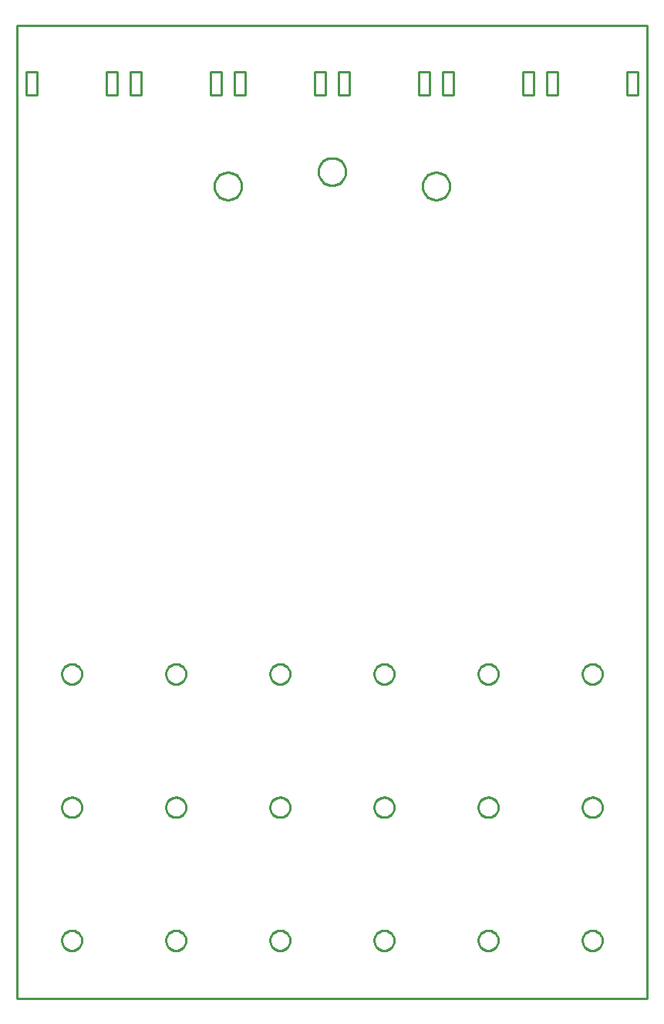
<source format=gbr>
G04 EAGLE Gerber RS-274X export*
G75*
%MOMM*%
%FSLAX34Y34*%
%LPD*%
%AMOC8*
5,1,8,0,0,1.08239X$1,22.5*%
G01*
%ADD10C,0.254000*%


D10*
X200Y0D02*
X692150Y0D01*
X692150Y1066800D01*
X200Y1066800D01*
X200Y0D01*
X98325Y990300D02*
X110325Y990300D01*
X110325Y1016300D01*
X98325Y1016300D01*
X98325Y990300D01*
X10325Y990300D02*
X22325Y990300D01*
X22325Y1016300D01*
X10325Y1016300D01*
X10325Y990300D01*
X212625Y990300D02*
X224625Y990300D01*
X224625Y1016300D01*
X212625Y1016300D01*
X212625Y990300D01*
X124625Y990300D02*
X136625Y990300D01*
X136625Y1016300D01*
X124625Y1016300D01*
X124625Y990300D01*
X326925Y990300D02*
X338925Y990300D01*
X338925Y1016300D01*
X326925Y1016300D01*
X326925Y990300D01*
X238925Y990300D02*
X250925Y990300D01*
X250925Y1016300D01*
X238925Y1016300D01*
X238925Y990300D01*
X441225Y990300D02*
X453225Y990300D01*
X453225Y1016300D01*
X441225Y1016300D01*
X441225Y990300D01*
X353225Y990300D02*
X365225Y990300D01*
X365225Y1016300D01*
X353225Y1016300D01*
X353225Y990300D01*
X555525Y990300D02*
X567525Y990300D01*
X567525Y1016300D01*
X555525Y1016300D01*
X555525Y990300D01*
X467525Y990300D02*
X479525Y990300D01*
X479525Y1016300D01*
X467525Y1016300D01*
X467525Y990300D01*
X581825Y990300D02*
X593825Y990300D01*
X593825Y1016300D01*
X581825Y1016300D01*
X581825Y990300D01*
X669825Y990300D02*
X681825Y990300D01*
X681825Y1016300D01*
X669825Y1016300D01*
X669825Y990300D01*
X631393Y220550D02*
X630531Y220482D01*
X629677Y220347D01*
X628837Y220145D01*
X628015Y219878D01*
X627216Y219547D01*
X626446Y219155D01*
X625709Y218703D01*
X625010Y218195D01*
X624352Y217634D01*
X623741Y217023D01*
X623180Y216365D01*
X622672Y215666D01*
X622220Y214929D01*
X621828Y214159D01*
X621497Y213360D01*
X621230Y212538D01*
X621028Y211698D01*
X620893Y210844D01*
X620825Y209982D01*
X620825Y209118D01*
X620893Y208256D01*
X621028Y207402D01*
X621230Y206562D01*
X621497Y205740D01*
X621828Y204941D01*
X622220Y204171D01*
X622672Y203434D01*
X623180Y202735D01*
X623741Y202077D01*
X624352Y201466D01*
X625010Y200905D01*
X625709Y200397D01*
X626446Y199945D01*
X627216Y199553D01*
X628015Y199222D01*
X628837Y198955D01*
X629677Y198753D01*
X630531Y198618D01*
X631393Y198550D01*
X632257Y198550D01*
X633119Y198618D01*
X633973Y198753D01*
X634813Y198955D01*
X635635Y199222D01*
X636434Y199553D01*
X637204Y199945D01*
X637941Y200397D01*
X638640Y200905D01*
X639298Y201466D01*
X639909Y202077D01*
X640470Y202735D01*
X640978Y203434D01*
X641430Y204171D01*
X641822Y204941D01*
X642153Y205740D01*
X642420Y206562D01*
X642622Y207402D01*
X642757Y208256D01*
X642825Y209118D01*
X642825Y209982D01*
X642757Y210844D01*
X642622Y211698D01*
X642420Y212538D01*
X642153Y213360D01*
X641822Y214159D01*
X641430Y214929D01*
X640978Y215666D01*
X640470Y216365D01*
X639909Y217023D01*
X639298Y217634D01*
X638640Y218195D01*
X637941Y218703D01*
X637204Y219155D01*
X636434Y219547D01*
X635635Y219878D01*
X634813Y220145D01*
X633973Y220347D01*
X633119Y220482D01*
X632257Y220550D01*
X631393Y220550D01*
X174193Y74500D02*
X173331Y74432D01*
X172477Y74297D01*
X171637Y74095D01*
X170815Y73828D01*
X170016Y73497D01*
X169246Y73105D01*
X168509Y72653D01*
X167810Y72145D01*
X167152Y71584D01*
X166541Y70973D01*
X165980Y70315D01*
X165472Y69616D01*
X165020Y68879D01*
X164628Y68109D01*
X164297Y67310D01*
X164030Y66488D01*
X163828Y65648D01*
X163693Y64794D01*
X163625Y63932D01*
X163625Y63068D01*
X163693Y62206D01*
X163828Y61352D01*
X164030Y60512D01*
X164297Y59690D01*
X164628Y58891D01*
X165020Y58121D01*
X165472Y57384D01*
X165980Y56685D01*
X166541Y56027D01*
X167152Y55416D01*
X167810Y54855D01*
X168509Y54347D01*
X169246Y53895D01*
X170016Y53503D01*
X170815Y53172D01*
X171637Y52905D01*
X172477Y52703D01*
X173331Y52568D01*
X174193Y52500D01*
X175057Y52500D01*
X175919Y52568D01*
X176773Y52703D01*
X177613Y52905D01*
X178435Y53172D01*
X179234Y53503D01*
X180004Y53895D01*
X180741Y54347D01*
X181440Y54855D01*
X182098Y55416D01*
X182709Y56027D01*
X183270Y56685D01*
X183778Y57384D01*
X184230Y58121D01*
X184622Y58891D01*
X184953Y59690D01*
X185220Y60512D01*
X185422Y61352D01*
X185557Y62206D01*
X185625Y63068D01*
X185625Y63932D01*
X185557Y64794D01*
X185422Y65648D01*
X185220Y66488D01*
X184953Y67310D01*
X184622Y68109D01*
X184230Y68879D01*
X183778Y69616D01*
X183270Y70315D01*
X182709Y70973D01*
X182098Y71584D01*
X181440Y72145D01*
X180741Y72653D01*
X180004Y73105D01*
X179234Y73497D01*
X178435Y73828D01*
X177613Y74095D01*
X176773Y74297D01*
X175919Y74432D01*
X175057Y74500D01*
X174193Y74500D01*
X631393Y74500D02*
X630531Y74432D01*
X629677Y74297D01*
X628837Y74095D01*
X628015Y73828D01*
X627216Y73497D01*
X626446Y73105D01*
X625709Y72653D01*
X625010Y72145D01*
X624352Y71584D01*
X623741Y70973D01*
X623180Y70315D01*
X622672Y69616D01*
X622220Y68879D01*
X621828Y68109D01*
X621497Y67310D01*
X621230Y66488D01*
X621028Y65648D01*
X620893Y64794D01*
X620825Y63932D01*
X620825Y63068D01*
X620893Y62206D01*
X621028Y61352D01*
X621230Y60512D01*
X621497Y59690D01*
X621828Y58891D01*
X622220Y58121D01*
X622672Y57384D01*
X623180Y56685D01*
X623741Y56027D01*
X624352Y55416D01*
X625010Y54855D01*
X625709Y54347D01*
X626446Y53895D01*
X627216Y53503D01*
X628015Y53172D01*
X628837Y52905D01*
X629677Y52703D01*
X630531Y52568D01*
X631393Y52500D01*
X632257Y52500D01*
X633119Y52568D01*
X633973Y52703D01*
X634813Y52905D01*
X635635Y53172D01*
X636434Y53503D01*
X637204Y53895D01*
X637941Y54347D01*
X638640Y54855D01*
X639298Y55416D01*
X639909Y56027D01*
X640470Y56685D01*
X640978Y57384D01*
X641430Y58121D01*
X641822Y58891D01*
X642153Y59690D01*
X642420Y60512D01*
X642622Y61352D01*
X642757Y62206D01*
X642825Y63068D01*
X642825Y63932D01*
X642757Y64794D01*
X642622Y65648D01*
X642420Y66488D01*
X642153Y67310D01*
X641822Y68109D01*
X641430Y68879D01*
X640978Y69616D01*
X640470Y70315D01*
X639909Y70973D01*
X639298Y71584D01*
X638640Y72145D01*
X637941Y72653D01*
X637204Y73105D01*
X636434Y73497D01*
X635635Y73828D01*
X634813Y74095D01*
X633973Y74297D01*
X633119Y74432D01*
X632257Y74500D01*
X631393Y74500D01*
X528525Y63932D02*
X528457Y64794D01*
X528322Y65648D01*
X528120Y66488D01*
X527853Y67310D01*
X527522Y68109D01*
X527130Y68879D01*
X526678Y69616D01*
X526170Y70315D01*
X525609Y70973D01*
X524998Y71584D01*
X524340Y72145D01*
X523641Y72653D01*
X522904Y73105D01*
X522134Y73497D01*
X521335Y73828D01*
X520513Y74095D01*
X519673Y74297D01*
X518819Y74432D01*
X517957Y74500D01*
X517093Y74500D01*
X516231Y74432D01*
X515377Y74297D01*
X514537Y74095D01*
X513715Y73828D01*
X512916Y73497D01*
X512146Y73105D01*
X511409Y72653D01*
X510710Y72145D01*
X510052Y71584D01*
X509441Y70973D01*
X508880Y70315D01*
X508372Y69616D01*
X507920Y68879D01*
X507528Y68109D01*
X507197Y67310D01*
X506930Y66488D01*
X506728Y65648D01*
X506593Y64794D01*
X506525Y63932D01*
X506525Y63068D01*
X506593Y62206D01*
X506728Y61352D01*
X506930Y60512D01*
X507197Y59690D01*
X507528Y58891D01*
X507920Y58121D01*
X508372Y57384D01*
X508880Y56685D01*
X509441Y56027D01*
X510052Y55416D01*
X510710Y54855D01*
X511409Y54347D01*
X512146Y53895D01*
X512916Y53503D01*
X513715Y53172D01*
X514537Y52905D01*
X515377Y52703D01*
X516231Y52568D01*
X517093Y52500D01*
X517957Y52500D01*
X518819Y52568D01*
X519673Y52703D01*
X520513Y52905D01*
X521335Y53172D01*
X522134Y53503D01*
X522904Y53895D01*
X523641Y54347D01*
X524340Y54855D01*
X524998Y55416D01*
X525609Y56027D01*
X526170Y56685D01*
X526678Y57384D01*
X527130Y58121D01*
X527522Y58891D01*
X527853Y59690D01*
X528120Y60512D01*
X528322Y61352D01*
X528457Y62206D01*
X528525Y63068D01*
X528525Y63932D01*
X174193Y366600D02*
X173331Y366532D01*
X172477Y366397D01*
X171637Y366195D01*
X170815Y365928D01*
X170016Y365597D01*
X169246Y365205D01*
X168509Y364753D01*
X167810Y364245D01*
X167152Y363684D01*
X166541Y363073D01*
X165980Y362415D01*
X165472Y361716D01*
X165020Y360979D01*
X164628Y360209D01*
X164297Y359410D01*
X164030Y358588D01*
X163828Y357748D01*
X163693Y356894D01*
X163625Y356032D01*
X163625Y355168D01*
X163693Y354306D01*
X163828Y353452D01*
X164030Y352612D01*
X164297Y351790D01*
X164628Y350991D01*
X165020Y350221D01*
X165472Y349484D01*
X165980Y348785D01*
X166541Y348127D01*
X167152Y347516D01*
X167810Y346955D01*
X168509Y346447D01*
X169246Y345995D01*
X170016Y345603D01*
X170815Y345272D01*
X171637Y345005D01*
X172477Y344803D01*
X173331Y344668D01*
X174193Y344600D01*
X175057Y344600D01*
X175919Y344668D01*
X176773Y344803D01*
X177613Y345005D01*
X178435Y345272D01*
X179234Y345603D01*
X180004Y345995D01*
X180741Y346447D01*
X181440Y346955D01*
X182098Y347516D01*
X182709Y348127D01*
X183270Y348785D01*
X183778Y349484D01*
X184230Y350221D01*
X184622Y350991D01*
X184953Y351790D01*
X185220Y352612D01*
X185422Y353452D01*
X185557Y354306D01*
X185625Y355168D01*
X185625Y356032D01*
X185557Y356894D01*
X185422Y357748D01*
X185220Y358588D01*
X184953Y359410D01*
X184622Y360209D01*
X184230Y360979D01*
X183778Y361716D01*
X183270Y362415D01*
X182709Y363073D01*
X182098Y363684D01*
X181440Y364245D01*
X180741Y364753D01*
X180004Y365205D01*
X179234Y365597D01*
X178435Y365928D01*
X177613Y366195D01*
X176773Y366397D01*
X175919Y366532D01*
X175057Y366600D01*
X174193Y366600D01*
X299925Y63932D02*
X299857Y64794D01*
X299722Y65648D01*
X299520Y66488D01*
X299253Y67310D01*
X298922Y68109D01*
X298530Y68879D01*
X298078Y69616D01*
X297570Y70315D01*
X297009Y70973D01*
X296398Y71584D01*
X295740Y72145D01*
X295041Y72653D01*
X294304Y73105D01*
X293534Y73497D01*
X292735Y73828D01*
X291913Y74095D01*
X291073Y74297D01*
X290219Y74432D01*
X289357Y74500D01*
X288493Y74500D01*
X287631Y74432D01*
X286777Y74297D01*
X285937Y74095D01*
X285115Y73828D01*
X284316Y73497D01*
X283546Y73105D01*
X282809Y72653D01*
X282110Y72145D01*
X281452Y71584D01*
X280841Y70973D01*
X280280Y70315D01*
X279772Y69616D01*
X279320Y68879D01*
X278928Y68109D01*
X278597Y67310D01*
X278330Y66488D01*
X278128Y65648D01*
X277993Y64794D01*
X277925Y63932D01*
X277925Y63068D01*
X277993Y62206D01*
X278128Y61352D01*
X278330Y60512D01*
X278597Y59690D01*
X278928Y58891D01*
X279320Y58121D01*
X279772Y57384D01*
X280280Y56685D01*
X280841Y56027D01*
X281452Y55416D01*
X282110Y54855D01*
X282809Y54347D01*
X283546Y53895D01*
X284316Y53503D01*
X285115Y53172D01*
X285937Y52905D01*
X286777Y52703D01*
X287631Y52568D01*
X288493Y52500D01*
X289357Y52500D01*
X290219Y52568D01*
X291073Y52703D01*
X291913Y52905D01*
X292735Y53172D01*
X293534Y53503D01*
X294304Y53895D01*
X295041Y54347D01*
X295740Y54855D01*
X296398Y55416D01*
X297009Y56027D01*
X297570Y56685D01*
X298078Y57384D01*
X298530Y58121D01*
X298922Y58891D01*
X299253Y59690D01*
X299520Y60512D01*
X299722Y61352D01*
X299857Y62206D01*
X299925Y63068D01*
X299925Y63932D01*
X402793Y74500D02*
X401931Y74432D01*
X401077Y74297D01*
X400237Y74095D01*
X399415Y73828D01*
X398616Y73497D01*
X397846Y73105D01*
X397109Y72653D01*
X396410Y72145D01*
X395752Y71584D01*
X395141Y70973D01*
X394580Y70315D01*
X394072Y69616D01*
X393620Y68879D01*
X393228Y68109D01*
X392897Y67310D01*
X392630Y66488D01*
X392428Y65648D01*
X392293Y64794D01*
X392225Y63932D01*
X392225Y63068D01*
X392293Y62206D01*
X392428Y61352D01*
X392630Y60512D01*
X392897Y59690D01*
X393228Y58891D01*
X393620Y58121D01*
X394072Y57384D01*
X394580Y56685D01*
X395141Y56027D01*
X395752Y55416D01*
X396410Y54855D01*
X397109Y54347D01*
X397846Y53895D01*
X398616Y53503D01*
X399415Y53172D01*
X400237Y52905D01*
X401077Y52703D01*
X401931Y52568D01*
X402793Y52500D01*
X403657Y52500D01*
X404519Y52568D01*
X405373Y52703D01*
X406213Y52905D01*
X407035Y53172D01*
X407834Y53503D01*
X408604Y53895D01*
X409341Y54347D01*
X410040Y54855D01*
X410698Y55416D01*
X411309Y56027D01*
X411870Y56685D01*
X412378Y57384D01*
X412830Y58121D01*
X413222Y58891D01*
X413553Y59690D01*
X413820Y60512D01*
X414022Y61352D01*
X414157Y62206D01*
X414225Y63068D01*
X414225Y63932D01*
X414157Y64794D01*
X414022Y65648D01*
X413820Y66488D01*
X413553Y67310D01*
X413222Y68109D01*
X412830Y68879D01*
X412378Y69616D01*
X411870Y70315D01*
X411309Y70973D01*
X410698Y71584D01*
X410040Y72145D01*
X409341Y72653D01*
X408604Y73105D01*
X407834Y73497D01*
X407035Y73828D01*
X406213Y74095D01*
X405373Y74297D01*
X404519Y74432D01*
X403657Y74500D01*
X402793Y74500D01*
X71325Y63932D02*
X71257Y64794D01*
X71122Y65648D01*
X70920Y66488D01*
X70653Y67310D01*
X70322Y68109D01*
X69930Y68879D01*
X69478Y69616D01*
X68970Y70315D01*
X68409Y70973D01*
X67798Y71584D01*
X67140Y72145D01*
X66441Y72653D01*
X65704Y73105D01*
X64934Y73497D01*
X64135Y73828D01*
X63313Y74095D01*
X62473Y74297D01*
X61619Y74432D01*
X60757Y74500D01*
X59893Y74500D01*
X59031Y74432D01*
X58177Y74297D01*
X57337Y74095D01*
X56515Y73828D01*
X55716Y73497D01*
X54946Y73105D01*
X54209Y72653D01*
X53510Y72145D01*
X52852Y71584D01*
X52241Y70973D01*
X51680Y70315D01*
X51172Y69616D01*
X50720Y68879D01*
X50328Y68109D01*
X49997Y67310D01*
X49730Y66488D01*
X49528Y65648D01*
X49393Y64794D01*
X49325Y63932D01*
X49325Y63068D01*
X49393Y62206D01*
X49528Y61352D01*
X49730Y60512D01*
X49997Y59690D01*
X50328Y58891D01*
X50720Y58121D01*
X51172Y57384D01*
X51680Y56685D01*
X52241Y56027D01*
X52852Y55416D01*
X53510Y54855D01*
X54209Y54347D01*
X54946Y53895D01*
X55716Y53503D01*
X56515Y53172D01*
X57337Y52905D01*
X58177Y52703D01*
X59031Y52568D01*
X59893Y52500D01*
X60757Y52500D01*
X61619Y52568D01*
X62473Y52703D01*
X63313Y52905D01*
X64135Y53172D01*
X64934Y53503D01*
X65704Y53895D01*
X66441Y54347D01*
X67140Y54855D01*
X67798Y55416D01*
X68409Y56027D01*
X68970Y56685D01*
X69478Y57384D01*
X69930Y58121D01*
X70322Y58891D01*
X70653Y59690D01*
X70920Y60512D01*
X71122Y61352D01*
X71257Y62206D01*
X71325Y63068D01*
X71325Y63932D01*
X528525Y209982D02*
X528457Y210844D01*
X528322Y211698D01*
X528120Y212538D01*
X527853Y213360D01*
X527522Y214159D01*
X527130Y214929D01*
X526678Y215666D01*
X526170Y216365D01*
X525609Y217023D01*
X524998Y217634D01*
X524340Y218195D01*
X523641Y218703D01*
X522904Y219155D01*
X522134Y219547D01*
X521335Y219878D01*
X520513Y220145D01*
X519673Y220347D01*
X518819Y220482D01*
X517957Y220550D01*
X517093Y220550D01*
X516231Y220482D01*
X515377Y220347D01*
X514537Y220145D01*
X513715Y219878D01*
X512916Y219547D01*
X512146Y219155D01*
X511409Y218703D01*
X510710Y218195D01*
X510052Y217634D01*
X509441Y217023D01*
X508880Y216365D01*
X508372Y215666D01*
X507920Y214929D01*
X507528Y214159D01*
X507197Y213360D01*
X506930Y212538D01*
X506728Y211698D01*
X506593Y210844D01*
X506525Y209982D01*
X506525Y209118D01*
X506593Y208256D01*
X506728Y207402D01*
X506930Y206562D01*
X507197Y205740D01*
X507528Y204941D01*
X507920Y204171D01*
X508372Y203434D01*
X508880Y202735D01*
X509441Y202077D01*
X510052Y201466D01*
X510710Y200905D01*
X511409Y200397D01*
X512146Y199945D01*
X512916Y199553D01*
X513715Y199222D01*
X514537Y198955D01*
X515377Y198753D01*
X516231Y198618D01*
X517093Y198550D01*
X517957Y198550D01*
X518819Y198618D01*
X519673Y198753D01*
X520513Y198955D01*
X521335Y199222D01*
X522134Y199553D01*
X522904Y199945D01*
X523641Y200397D01*
X524340Y200905D01*
X524998Y201466D01*
X525609Y202077D01*
X526170Y202735D01*
X526678Y203434D01*
X527130Y204171D01*
X527522Y204941D01*
X527853Y205740D01*
X528120Y206562D01*
X528322Y207402D01*
X528457Y208256D01*
X528525Y209118D01*
X528525Y209982D01*
X402793Y220550D02*
X401931Y220482D01*
X401077Y220347D01*
X400237Y220145D01*
X399415Y219878D01*
X398616Y219547D01*
X397846Y219155D01*
X397109Y218703D01*
X396410Y218195D01*
X395752Y217634D01*
X395141Y217023D01*
X394580Y216365D01*
X394072Y215666D01*
X393620Y214929D01*
X393228Y214159D01*
X392897Y213360D01*
X392630Y212538D01*
X392428Y211698D01*
X392293Y210844D01*
X392225Y209982D01*
X392225Y209118D01*
X392293Y208256D01*
X392428Y207402D01*
X392630Y206562D01*
X392897Y205740D01*
X393228Y204941D01*
X393620Y204171D01*
X394072Y203434D01*
X394580Y202735D01*
X395141Y202077D01*
X395752Y201466D01*
X396410Y200905D01*
X397109Y200397D01*
X397846Y199945D01*
X398616Y199553D01*
X399415Y199222D01*
X400237Y198955D01*
X401077Y198753D01*
X401931Y198618D01*
X402793Y198550D01*
X403657Y198550D01*
X404519Y198618D01*
X405373Y198753D01*
X406213Y198955D01*
X407035Y199222D01*
X407834Y199553D01*
X408604Y199945D01*
X409341Y200397D01*
X410040Y200905D01*
X410698Y201466D01*
X411309Y202077D01*
X411870Y202735D01*
X412378Y203434D01*
X412830Y204171D01*
X413222Y204941D01*
X413553Y205740D01*
X413820Y206562D01*
X414022Y207402D01*
X414157Y208256D01*
X414225Y209118D01*
X414225Y209982D01*
X414157Y210844D01*
X414022Y211698D01*
X413820Y212538D01*
X413553Y213360D01*
X413222Y214159D01*
X412830Y214929D01*
X412378Y215666D01*
X411870Y216365D01*
X411309Y217023D01*
X410698Y217634D01*
X410040Y218195D01*
X409341Y218703D01*
X408604Y219155D01*
X407834Y219547D01*
X407035Y219878D01*
X406213Y220145D01*
X405373Y220347D01*
X404519Y220482D01*
X403657Y220550D01*
X402793Y220550D01*
X299925Y209982D02*
X299857Y210844D01*
X299722Y211698D01*
X299520Y212538D01*
X299253Y213360D01*
X298922Y214159D01*
X298530Y214929D01*
X298078Y215666D01*
X297570Y216365D01*
X297009Y217023D01*
X296398Y217634D01*
X295740Y218195D01*
X295041Y218703D01*
X294304Y219155D01*
X293534Y219547D01*
X292735Y219878D01*
X291913Y220145D01*
X291073Y220347D01*
X290219Y220482D01*
X289357Y220550D01*
X288493Y220550D01*
X287631Y220482D01*
X286777Y220347D01*
X285937Y220145D01*
X285115Y219878D01*
X284316Y219547D01*
X283546Y219155D01*
X282809Y218703D01*
X282110Y218195D01*
X281452Y217634D01*
X280841Y217023D01*
X280280Y216365D01*
X279772Y215666D01*
X279320Y214929D01*
X278928Y214159D01*
X278597Y213360D01*
X278330Y212538D01*
X278128Y211698D01*
X277993Y210844D01*
X277925Y209982D01*
X277925Y209118D01*
X277993Y208256D01*
X278128Y207402D01*
X278330Y206562D01*
X278597Y205740D01*
X278928Y204941D01*
X279320Y204171D01*
X279772Y203434D01*
X280280Y202735D01*
X280841Y202077D01*
X281452Y201466D01*
X282110Y200905D01*
X282809Y200397D01*
X283546Y199945D01*
X284316Y199553D01*
X285115Y199222D01*
X285937Y198955D01*
X286777Y198753D01*
X287631Y198618D01*
X288493Y198550D01*
X289357Y198550D01*
X290219Y198618D01*
X291073Y198753D01*
X291913Y198955D01*
X292735Y199222D01*
X293534Y199553D01*
X294304Y199945D01*
X295041Y200397D01*
X295740Y200905D01*
X296398Y201466D01*
X297009Y202077D01*
X297570Y202735D01*
X298078Y203434D01*
X298530Y204171D01*
X298922Y204941D01*
X299253Y205740D01*
X299520Y206562D01*
X299722Y207402D01*
X299857Y208256D01*
X299925Y209118D01*
X299925Y209982D01*
X174193Y220550D02*
X173331Y220482D01*
X172477Y220347D01*
X171637Y220145D01*
X170815Y219878D01*
X170016Y219547D01*
X169246Y219155D01*
X168509Y218703D01*
X167810Y218195D01*
X167152Y217634D01*
X166541Y217023D01*
X165980Y216365D01*
X165472Y215666D01*
X165020Y214929D01*
X164628Y214159D01*
X164297Y213360D01*
X164030Y212538D01*
X163828Y211698D01*
X163693Y210844D01*
X163625Y209982D01*
X163625Y209118D01*
X163693Y208256D01*
X163828Y207402D01*
X164030Y206562D01*
X164297Y205740D01*
X164628Y204941D01*
X165020Y204171D01*
X165472Y203434D01*
X165980Y202735D01*
X166541Y202077D01*
X167152Y201466D01*
X167810Y200905D01*
X168509Y200397D01*
X169246Y199945D01*
X170016Y199553D01*
X170815Y199222D01*
X171637Y198955D01*
X172477Y198753D01*
X173331Y198618D01*
X174193Y198550D01*
X175057Y198550D01*
X175919Y198618D01*
X176773Y198753D01*
X177613Y198955D01*
X178435Y199222D01*
X179234Y199553D01*
X180004Y199945D01*
X180741Y200397D01*
X181440Y200905D01*
X182098Y201466D01*
X182709Y202077D01*
X183270Y202735D01*
X183778Y203434D01*
X184230Y204171D01*
X184622Y204941D01*
X184953Y205740D01*
X185220Y206562D01*
X185422Y207402D01*
X185557Y208256D01*
X185625Y209118D01*
X185625Y209982D01*
X185557Y210844D01*
X185422Y211698D01*
X185220Y212538D01*
X184953Y213360D01*
X184622Y214159D01*
X184230Y214929D01*
X183778Y215666D01*
X183270Y216365D01*
X182709Y217023D01*
X182098Y217634D01*
X181440Y218195D01*
X180741Y218703D01*
X180004Y219155D01*
X179234Y219547D01*
X178435Y219878D01*
X177613Y220145D01*
X176773Y220347D01*
X175919Y220482D01*
X175057Y220550D01*
X174193Y220550D01*
X631393Y366600D02*
X630531Y366532D01*
X629677Y366397D01*
X628837Y366195D01*
X628015Y365928D01*
X627216Y365597D01*
X626446Y365205D01*
X625709Y364753D01*
X625010Y364245D01*
X624352Y363684D01*
X623741Y363073D01*
X623180Y362415D01*
X622672Y361716D01*
X622220Y360979D01*
X621828Y360209D01*
X621497Y359410D01*
X621230Y358588D01*
X621028Y357748D01*
X620893Y356894D01*
X620825Y356032D01*
X620825Y355168D01*
X620893Y354306D01*
X621028Y353452D01*
X621230Y352612D01*
X621497Y351790D01*
X621828Y350991D01*
X622220Y350221D01*
X622672Y349484D01*
X623180Y348785D01*
X623741Y348127D01*
X624352Y347516D01*
X625010Y346955D01*
X625709Y346447D01*
X626446Y345995D01*
X627216Y345603D01*
X628015Y345272D01*
X628837Y345005D01*
X629677Y344803D01*
X630531Y344668D01*
X631393Y344600D01*
X632257Y344600D01*
X633119Y344668D01*
X633973Y344803D01*
X634813Y345005D01*
X635635Y345272D01*
X636434Y345603D01*
X637204Y345995D01*
X637941Y346447D01*
X638640Y346955D01*
X639298Y347516D01*
X639909Y348127D01*
X640470Y348785D01*
X640978Y349484D01*
X641430Y350221D01*
X641822Y350991D01*
X642153Y351790D01*
X642420Y352612D01*
X642622Y353452D01*
X642757Y354306D01*
X642825Y355168D01*
X642825Y356032D01*
X642757Y356894D01*
X642622Y357748D01*
X642420Y358588D01*
X642153Y359410D01*
X641822Y360209D01*
X641430Y360979D01*
X640978Y361716D01*
X640470Y362415D01*
X639909Y363073D01*
X639298Y363684D01*
X638640Y364245D01*
X637941Y364753D01*
X637204Y365205D01*
X636434Y365597D01*
X635635Y365928D01*
X634813Y366195D01*
X633973Y366397D01*
X633119Y366532D01*
X632257Y366600D01*
X631393Y366600D01*
X71325Y209982D02*
X71257Y210844D01*
X71122Y211698D01*
X70920Y212538D01*
X70653Y213360D01*
X70322Y214159D01*
X69930Y214929D01*
X69478Y215666D01*
X68970Y216365D01*
X68409Y217023D01*
X67798Y217634D01*
X67140Y218195D01*
X66441Y218703D01*
X65704Y219155D01*
X64934Y219547D01*
X64135Y219878D01*
X63313Y220145D01*
X62473Y220347D01*
X61619Y220482D01*
X60757Y220550D01*
X59893Y220550D01*
X59031Y220482D01*
X58177Y220347D01*
X57337Y220145D01*
X56515Y219878D01*
X55716Y219547D01*
X54946Y219155D01*
X54209Y218703D01*
X53510Y218195D01*
X52852Y217634D01*
X52241Y217023D01*
X51680Y216365D01*
X51172Y215666D01*
X50720Y214929D01*
X50328Y214159D01*
X49997Y213360D01*
X49730Y212538D01*
X49528Y211698D01*
X49393Y210844D01*
X49325Y209982D01*
X49325Y209118D01*
X49393Y208256D01*
X49528Y207402D01*
X49730Y206562D01*
X49997Y205740D01*
X50328Y204941D01*
X50720Y204171D01*
X51172Y203434D01*
X51680Y202735D01*
X52241Y202077D01*
X52852Y201466D01*
X53510Y200905D01*
X54209Y200397D01*
X54946Y199945D01*
X55716Y199553D01*
X56515Y199222D01*
X57337Y198955D01*
X58177Y198753D01*
X59031Y198618D01*
X59893Y198550D01*
X60757Y198550D01*
X61619Y198618D01*
X62473Y198753D01*
X63313Y198955D01*
X64135Y199222D01*
X64934Y199553D01*
X65704Y199945D01*
X66441Y200397D01*
X67140Y200905D01*
X67798Y201466D01*
X68409Y202077D01*
X68970Y202735D01*
X69478Y203434D01*
X69930Y204171D01*
X70322Y204941D01*
X70653Y205740D01*
X70920Y206562D01*
X71122Y207402D01*
X71257Y208256D01*
X71325Y209118D01*
X71325Y209982D01*
X528525Y356032D02*
X528457Y356894D01*
X528322Y357748D01*
X528120Y358588D01*
X527853Y359410D01*
X527522Y360209D01*
X527130Y360979D01*
X526678Y361716D01*
X526170Y362415D01*
X525609Y363073D01*
X524998Y363684D01*
X524340Y364245D01*
X523641Y364753D01*
X522904Y365205D01*
X522134Y365597D01*
X521335Y365928D01*
X520513Y366195D01*
X519673Y366397D01*
X518819Y366532D01*
X517957Y366600D01*
X517093Y366600D01*
X516231Y366532D01*
X515377Y366397D01*
X514537Y366195D01*
X513715Y365928D01*
X512916Y365597D01*
X512146Y365205D01*
X511409Y364753D01*
X510710Y364245D01*
X510052Y363684D01*
X509441Y363073D01*
X508880Y362415D01*
X508372Y361716D01*
X507920Y360979D01*
X507528Y360209D01*
X507197Y359410D01*
X506930Y358588D01*
X506728Y357748D01*
X506593Y356894D01*
X506525Y356032D01*
X506525Y355168D01*
X506593Y354306D01*
X506728Y353452D01*
X506930Y352612D01*
X507197Y351790D01*
X507528Y350991D01*
X507920Y350221D01*
X508372Y349484D01*
X508880Y348785D01*
X509441Y348127D01*
X510052Y347516D01*
X510710Y346955D01*
X511409Y346447D01*
X512146Y345995D01*
X512916Y345603D01*
X513715Y345272D01*
X514537Y345005D01*
X515377Y344803D01*
X516231Y344668D01*
X517093Y344600D01*
X517957Y344600D01*
X518819Y344668D01*
X519673Y344803D01*
X520513Y345005D01*
X521335Y345272D01*
X522134Y345603D01*
X522904Y345995D01*
X523641Y346447D01*
X524340Y346955D01*
X524998Y347516D01*
X525609Y348127D01*
X526170Y348785D01*
X526678Y349484D01*
X527130Y350221D01*
X527522Y350991D01*
X527853Y351790D01*
X528120Y352612D01*
X528322Y353452D01*
X528457Y354306D01*
X528525Y355168D01*
X528525Y356032D01*
X402793Y366600D02*
X401931Y366532D01*
X401077Y366397D01*
X400237Y366195D01*
X399415Y365928D01*
X398616Y365597D01*
X397846Y365205D01*
X397109Y364753D01*
X396410Y364245D01*
X395752Y363684D01*
X395141Y363073D01*
X394580Y362415D01*
X394072Y361716D01*
X393620Y360979D01*
X393228Y360209D01*
X392897Y359410D01*
X392630Y358588D01*
X392428Y357748D01*
X392293Y356894D01*
X392225Y356032D01*
X392225Y355168D01*
X392293Y354306D01*
X392428Y353452D01*
X392630Y352612D01*
X392897Y351790D01*
X393228Y350991D01*
X393620Y350221D01*
X394072Y349484D01*
X394580Y348785D01*
X395141Y348127D01*
X395752Y347516D01*
X396410Y346955D01*
X397109Y346447D01*
X397846Y345995D01*
X398616Y345603D01*
X399415Y345272D01*
X400237Y345005D01*
X401077Y344803D01*
X401931Y344668D01*
X402793Y344600D01*
X403657Y344600D01*
X404519Y344668D01*
X405373Y344803D01*
X406213Y345005D01*
X407035Y345272D01*
X407834Y345603D01*
X408604Y345995D01*
X409341Y346447D01*
X410040Y346955D01*
X410698Y347516D01*
X411309Y348127D01*
X411870Y348785D01*
X412378Y349484D01*
X412830Y350221D01*
X413222Y350991D01*
X413553Y351790D01*
X413820Y352612D01*
X414022Y353452D01*
X414157Y354306D01*
X414225Y355168D01*
X414225Y356032D01*
X414157Y356894D01*
X414022Y357748D01*
X413820Y358588D01*
X413553Y359410D01*
X413222Y360209D01*
X412830Y360979D01*
X412378Y361716D01*
X411870Y362415D01*
X411309Y363073D01*
X410698Y363684D01*
X410040Y364245D01*
X409341Y364753D01*
X408604Y365205D01*
X407834Y365597D01*
X407035Y365928D01*
X406213Y366195D01*
X405373Y366397D01*
X404519Y366532D01*
X403657Y366600D01*
X402793Y366600D01*
X299925Y356032D02*
X299857Y356894D01*
X299722Y357748D01*
X299520Y358588D01*
X299253Y359410D01*
X298922Y360209D01*
X298530Y360979D01*
X298078Y361716D01*
X297570Y362415D01*
X297009Y363073D01*
X296398Y363684D01*
X295740Y364245D01*
X295041Y364753D01*
X294304Y365205D01*
X293534Y365597D01*
X292735Y365928D01*
X291913Y366195D01*
X291073Y366397D01*
X290219Y366532D01*
X289357Y366600D01*
X288493Y366600D01*
X287631Y366532D01*
X286777Y366397D01*
X285937Y366195D01*
X285115Y365928D01*
X284316Y365597D01*
X283546Y365205D01*
X282809Y364753D01*
X282110Y364245D01*
X281452Y363684D01*
X280841Y363073D01*
X280280Y362415D01*
X279772Y361716D01*
X279320Y360979D01*
X278928Y360209D01*
X278597Y359410D01*
X278330Y358588D01*
X278128Y357748D01*
X277993Y356894D01*
X277925Y356032D01*
X277925Y355168D01*
X277993Y354306D01*
X278128Y353452D01*
X278330Y352612D01*
X278597Y351790D01*
X278928Y350991D01*
X279320Y350221D01*
X279772Y349484D01*
X280280Y348785D01*
X280841Y348127D01*
X281452Y347516D01*
X282110Y346955D01*
X282809Y346447D01*
X283546Y345995D01*
X284316Y345603D01*
X285115Y345272D01*
X285937Y345005D01*
X286777Y344803D01*
X287631Y344668D01*
X288493Y344600D01*
X289357Y344600D01*
X290219Y344668D01*
X291073Y344803D01*
X291913Y345005D01*
X292735Y345272D01*
X293534Y345603D01*
X294304Y345995D01*
X295041Y346447D01*
X295740Y346955D01*
X296398Y347516D01*
X297009Y348127D01*
X297570Y348785D01*
X298078Y349484D01*
X298530Y350221D01*
X298922Y350991D01*
X299253Y351790D01*
X299520Y352612D01*
X299722Y353452D01*
X299857Y354306D01*
X299925Y355168D01*
X299925Y356032D01*
X71325Y356032D02*
X71257Y356894D01*
X71122Y357748D01*
X70920Y358588D01*
X70653Y359410D01*
X70322Y360209D01*
X69930Y360979D01*
X69478Y361716D01*
X68970Y362415D01*
X68409Y363073D01*
X67798Y363684D01*
X67140Y364245D01*
X66441Y364753D01*
X65704Y365205D01*
X64934Y365597D01*
X64135Y365928D01*
X63313Y366195D01*
X62473Y366397D01*
X61619Y366532D01*
X60757Y366600D01*
X59893Y366600D01*
X59031Y366532D01*
X58177Y366397D01*
X57337Y366195D01*
X56515Y365928D01*
X55716Y365597D01*
X54946Y365205D01*
X54209Y364753D01*
X53510Y364245D01*
X52852Y363684D01*
X52241Y363073D01*
X51680Y362415D01*
X51172Y361716D01*
X50720Y360979D01*
X50328Y360209D01*
X49997Y359410D01*
X49730Y358588D01*
X49528Y357748D01*
X49393Y356894D01*
X49325Y356032D01*
X49325Y355168D01*
X49393Y354306D01*
X49528Y353452D01*
X49730Y352612D01*
X49997Y351790D01*
X50328Y350991D01*
X50720Y350221D01*
X51172Y349484D01*
X51680Y348785D01*
X52241Y348127D01*
X52852Y347516D01*
X53510Y346955D01*
X54209Y346447D01*
X54946Y345995D01*
X55716Y345603D01*
X56515Y345272D01*
X57337Y345005D01*
X58177Y344803D01*
X59031Y344668D01*
X59893Y344600D01*
X60757Y344600D01*
X61619Y344668D01*
X62473Y344803D01*
X63313Y345005D01*
X64135Y345272D01*
X64934Y345603D01*
X65704Y345995D01*
X66441Y346447D01*
X67140Y346955D01*
X67798Y347516D01*
X68409Y348127D01*
X68970Y348785D01*
X69478Y349484D01*
X69930Y350221D01*
X70322Y350991D01*
X70653Y351790D01*
X70920Y352612D01*
X71122Y353452D01*
X71257Y354306D01*
X71325Y355168D01*
X71325Y356032D01*
X475375Y890052D02*
X475299Y888984D01*
X475146Y887923D01*
X474918Y886876D01*
X474616Y885848D01*
X474242Y884844D01*
X473797Y883869D01*
X473283Y882929D01*
X472704Y882028D01*
X472062Y881170D01*
X471360Y880360D01*
X470603Y879603D01*
X469793Y878901D01*
X468935Y878259D01*
X468034Y877680D01*
X467094Y877166D01*
X466119Y876721D01*
X465115Y876347D01*
X464087Y876045D01*
X463040Y875817D01*
X461979Y875664D01*
X460911Y875588D01*
X459839Y875588D01*
X458771Y875664D01*
X457710Y875817D01*
X456663Y876045D01*
X455635Y876347D01*
X454631Y876721D01*
X453656Y877166D01*
X452716Y877680D01*
X451815Y878259D01*
X450957Y878901D01*
X450147Y879603D01*
X449390Y880360D01*
X448688Y881170D01*
X448046Y882028D01*
X447467Y882929D01*
X446953Y883869D01*
X446508Y884844D01*
X446134Y885848D01*
X445832Y886876D01*
X445604Y887923D01*
X445451Y888984D01*
X445375Y890052D01*
X445375Y891124D01*
X445451Y892192D01*
X445604Y893253D01*
X445832Y894300D01*
X446134Y895328D01*
X446508Y896332D01*
X446953Y897307D01*
X447467Y898247D01*
X448046Y899148D01*
X448688Y900006D01*
X449390Y900816D01*
X450147Y901573D01*
X450957Y902275D01*
X451815Y902917D01*
X452716Y903496D01*
X453656Y904010D01*
X454631Y904455D01*
X455635Y904829D01*
X456663Y905131D01*
X457710Y905359D01*
X458771Y905512D01*
X459839Y905588D01*
X460911Y905588D01*
X461979Y905512D01*
X463040Y905359D01*
X464087Y905131D01*
X465115Y904829D01*
X466119Y904455D01*
X467094Y904010D01*
X468034Y903496D01*
X468935Y902917D01*
X469793Y902275D01*
X470603Y901573D01*
X471360Y900816D01*
X472062Y900006D01*
X472704Y899148D01*
X473283Y898247D01*
X473797Y897307D01*
X474242Y896332D01*
X474616Y895328D01*
X474918Y894300D01*
X475146Y893253D01*
X475299Y892192D01*
X475375Y891124D01*
X475375Y890052D01*
X246775Y890051D02*
X246699Y888983D01*
X246546Y887922D01*
X246318Y886875D01*
X246016Y885847D01*
X245642Y884843D01*
X245197Y883868D01*
X244683Y882928D01*
X244104Y882027D01*
X243462Y881169D01*
X242760Y880359D01*
X242003Y879602D01*
X241193Y878900D01*
X240335Y878258D01*
X239434Y877679D01*
X238494Y877165D01*
X237519Y876720D01*
X236515Y876346D01*
X235487Y876044D01*
X234440Y875816D01*
X233379Y875663D01*
X232311Y875587D01*
X231239Y875587D01*
X230171Y875663D01*
X229110Y875816D01*
X228063Y876044D01*
X227035Y876346D01*
X226031Y876720D01*
X225056Y877165D01*
X224116Y877679D01*
X223215Y878258D01*
X222357Y878900D01*
X221547Y879602D01*
X220790Y880359D01*
X220088Y881169D01*
X219446Y882027D01*
X218867Y882928D01*
X218353Y883868D01*
X217908Y884843D01*
X217534Y885847D01*
X217232Y886875D01*
X217004Y887922D01*
X216851Y888983D01*
X216775Y890051D01*
X216775Y891123D01*
X216851Y892191D01*
X217004Y893252D01*
X217232Y894299D01*
X217534Y895327D01*
X217908Y896331D01*
X218353Y897306D01*
X218867Y898246D01*
X219446Y899147D01*
X220088Y900005D01*
X220790Y900815D01*
X221547Y901572D01*
X222357Y902274D01*
X223215Y902916D01*
X224116Y903495D01*
X225056Y904009D01*
X226031Y904454D01*
X227035Y904828D01*
X228063Y905130D01*
X229110Y905358D01*
X230171Y905511D01*
X231239Y905587D01*
X232311Y905587D01*
X233379Y905511D01*
X234440Y905358D01*
X235487Y905130D01*
X236515Y904828D01*
X237519Y904454D01*
X238494Y904009D01*
X239434Y903495D01*
X240335Y902916D01*
X241193Y902274D01*
X242003Y901572D01*
X242760Y900815D01*
X243462Y900005D01*
X244104Y899147D01*
X244683Y898246D01*
X245197Y897306D01*
X245642Y896331D01*
X246016Y895327D01*
X246318Y894299D01*
X246546Y893252D01*
X246699Y892191D01*
X246775Y891123D01*
X246775Y890051D01*
X331075Y905926D02*
X331151Y904858D01*
X331304Y903797D01*
X331532Y902750D01*
X331834Y901722D01*
X332208Y900718D01*
X332653Y899743D01*
X333167Y898803D01*
X333746Y897902D01*
X334388Y897044D01*
X335090Y896234D01*
X335847Y895477D01*
X336657Y894775D01*
X337515Y894133D01*
X338416Y893554D01*
X339356Y893040D01*
X340331Y892595D01*
X341335Y892221D01*
X342363Y891919D01*
X343410Y891691D01*
X344471Y891538D01*
X345539Y891462D01*
X346611Y891462D01*
X347679Y891538D01*
X348740Y891691D01*
X349787Y891919D01*
X350815Y892221D01*
X351819Y892595D01*
X352794Y893040D01*
X353734Y893554D01*
X354635Y894133D01*
X355493Y894775D01*
X356303Y895477D01*
X357060Y896234D01*
X357762Y897044D01*
X358404Y897902D01*
X358983Y898803D01*
X359497Y899743D01*
X359942Y900718D01*
X360316Y901722D01*
X360618Y902750D01*
X360846Y903797D01*
X360999Y904858D01*
X361075Y905926D01*
X361075Y906998D01*
X360999Y908066D01*
X360846Y909127D01*
X360618Y910174D01*
X360316Y911202D01*
X359942Y912206D01*
X359497Y913181D01*
X358983Y914121D01*
X358404Y915022D01*
X357762Y915880D01*
X357060Y916690D01*
X356303Y917447D01*
X355493Y918149D01*
X354635Y918791D01*
X353734Y919370D01*
X352794Y919884D01*
X351819Y920329D01*
X350815Y920703D01*
X349787Y921005D01*
X348740Y921233D01*
X347679Y921386D01*
X346611Y921462D01*
X345539Y921462D01*
X344471Y921386D01*
X343410Y921233D01*
X342363Y921005D01*
X341335Y920703D01*
X340331Y920329D01*
X339356Y919884D01*
X338416Y919370D01*
X337515Y918791D01*
X336657Y918149D01*
X335847Y917447D01*
X335090Y916690D01*
X334388Y915880D01*
X333746Y915022D01*
X333167Y914121D01*
X332653Y913181D01*
X332208Y912206D01*
X331834Y911202D01*
X331532Y910174D01*
X331304Y909127D01*
X331151Y908066D01*
X331075Y906998D01*
X331075Y905926D01*
M02*

</source>
